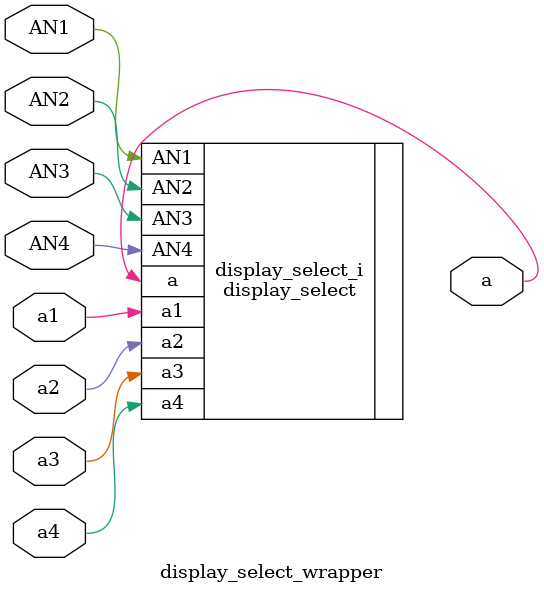
<source format=v>
`timescale 1 ps / 1 ps

module display_select_wrapper
   (AN1,
    AN2,
    AN3,
    AN4,
    a,
    a1,
    a2,
    a3,
    a4);
  input AN1;
  input AN2;
  input AN3;
  input AN4;
  output a;
  input a1;
  input a2;
  input a3;
  input a4;

  wire AN1;
  wire AN2;
  wire AN3;
  wire AN4;
  wire a;
  wire a1;
  wire a2;
  wire a3;
  wire a4;

  display_select display_select_i
       (.AN1(AN1),
        .AN2(AN2),
        .AN3(AN3),
        .AN4(AN4),
        .a(a),
        .a1(a1),
        .a2(a2),
        .a3(a3),
        .a4(a4));
endmodule

</source>
